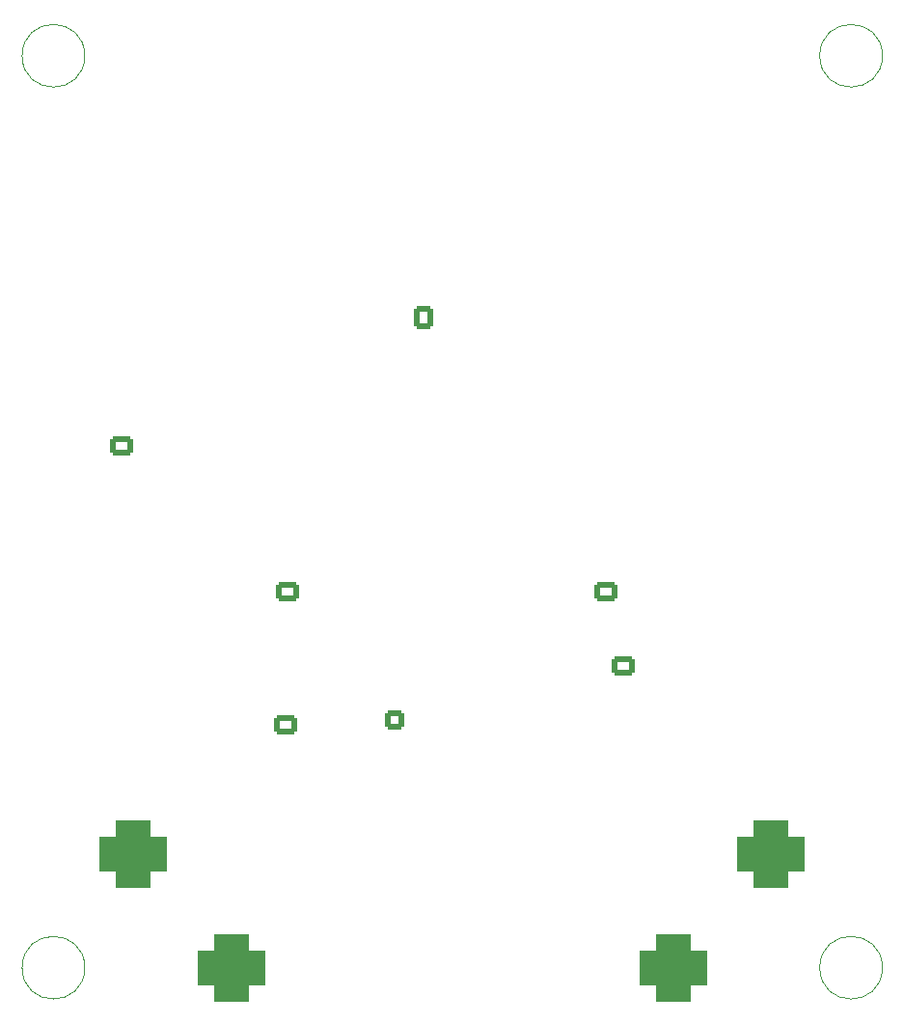
<source format=gbr>
%TF.GenerationSoftware,KiCad,Pcbnew,8.0.1*%
%TF.CreationDate,2024-06-22T20:00:52+02:00*%
%TF.ProjectId,Robuoy-Sub,526f6275-6f79-42d5-9375-622e6b696361,rev?*%
%TF.SameCoordinates,Original*%
%TF.FileFunction,Legend,Bot*%
%TF.FilePolarity,Positive*%
%FSLAX46Y46*%
G04 Gerber Fmt 4.6, Leading zero omitted, Abs format (unit mm)*
G04 Created by KiCad (PCBNEW 8.0.1) date 2024-06-22 20:00:52*
%MOMM*%
%LPD*%
G01*
G04 APERTURE LIST*
G04 Aperture macros list*
%AMRoundRect*
0 Rectangle with rounded corners*
0 $1 Rounding radius*
0 $2 $3 $4 $5 $6 $7 $8 $9 X,Y pos of 4 corners*
0 Add a 4 corners polygon primitive as box body*
4,1,4,$2,$3,$4,$5,$6,$7,$8,$9,$2,$3,0*
0 Add four circle primitives for the rounded corners*
1,1,$1+$1,$2,$3*
1,1,$1+$1,$4,$5*
1,1,$1+$1,$6,$7*
1,1,$1+$1,$8,$9*
0 Add four rect primitives between the rounded corners*
20,1,$1+$1,$2,$3,$4,$5,0*
20,1,$1+$1,$4,$5,$6,$7,0*
20,1,$1+$1,$6,$7,$8,$9,0*
20,1,$1+$1,$8,$9,$2,$3,0*%
G04 Aperture macros list end*
%ADD10C,0.100000*%
%ADD11RoundRect,1.500000X1.500000X1.500000X-1.500000X1.500000X-1.500000X-1.500000X1.500000X-1.500000X0*%
%ADD12C,6.000000*%
%ADD13RoundRect,0.250000X0.600000X-0.600000X0.600000X0.600000X-0.600000X0.600000X-0.600000X-0.600000X0*%
%ADD14C,1.700000*%
%ADD15RoundRect,0.250000X0.725000X-0.600000X0.725000X0.600000X-0.725000X0.600000X-0.725000X-0.600000X0*%
%ADD16O,1.950000X1.700000*%
%ADD17R,1.700000X1.700000*%
%ADD18O,1.700000X1.700000*%
%ADD19C,3.000000*%
%ADD20R,1.300000X1.300000*%
%ADD21C,1.300000*%
%ADD22C,1.524000*%
%ADD23C,3.200000*%
%ADD24RoundRect,1.500000X-1.500000X-1.500000X1.500000X-1.500000X1.500000X1.500000X-1.500000X1.500000X0*%
%ADD25RoundRect,0.250000X-0.725000X0.600000X-0.725000X-0.600000X0.725000X-0.600000X0.725000X0.600000X0*%
%ADD26C,3.500000*%
%ADD27R,1.650000X1.650000*%
%ADD28RoundRect,0.250000X-0.600000X-0.725000X0.600000X-0.725000X0.600000X0.725000X-0.600000X0.725000X0*%
%ADD29O,1.700000X1.950000*%
G04 APERTURE END LIST*
D10*
%TO.C,H301*%
X163560000Y-137890000D02*
G75*
G02*
X158060000Y-137890000I-2750000J0D01*
G01*
X158060000Y-137890000D02*
G75*
G02*
X163560000Y-137890000I2750000J0D01*
G01*
%TO.C,H304*%
X163560000Y-57890000D02*
G75*
G02*
X158060000Y-57890000I-2750000J0D01*
G01*
X158060000Y-57890000D02*
G75*
G02*
X163560000Y-57890000I2750000J0D01*
G01*
%TO.C,H303*%
X93560000Y-57890000D02*
G75*
G02*
X88060000Y-57890000I-2750000J0D01*
G01*
X88060000Y-57890000D02*
G75*
G02*
X93560000Y-57890000I2750000J0D01*
G01*
%TO.C,H302*%
X93560000Y-137890000D02*
G75*
G02*
X88060000Y-137890000I-2750000J0D01*
G01*
X88060000Y-137890000D02*
G75*
G02*
X93560000Y-137890000I2750000J0D01*
G01*
%TD*%
%LPC*%
D11*
%TO.C,J206*%
X106410000Y-137890000D03*
D12*
X99210000Y-137890000D03*
%TD*%
D13*
%TO.C,J101*%
X120730000Y-116142500D03*
D14*
X120730000Y-113602500D03*
X123270000Y-116142500D03*
X123270000Y-113602500D03*
X125810000Y-116142500D03*
X125810000Y-113602500D03*
X128350000Y-116142500D03*
X128350000Y-113602500D03*
X130890000Y-116142500D03*
X130890000Y-113602500D03*
%TD*%
D15*
%TO.C,J104*%
X111210000Y-116590000D03*
D16*
X111210000Y-114090000D03*
X111210000Y-111590000D03*
%TD*%
D17*
%TO.C,SW102*%
X97910000Y-114890000D03*
D18*
X100450000Y-114890000D03*
%TD*%
D19*
%TO.C,TP206*%
X125810000Y-67890000D03*
%TD*%
D20*
%TO.C,J204*%
X124382000Y-100414000D03*
D21*
X127238000Y-100414000D03*
X128482000Y-99017000D03*
X128614000Y-97152000D03*
X127580000Y-95593000D03*
X125810000Y-94990000D03*
X124040000Y-95593000D03*
X123006000Y-97152000D03*
X123138000Y-99017000D03*
X125810000Y-98990000D03*
X126763000Y-97340000D03*
X124857000Y-97340000D03*
%TD*%
D17*
%TO.C,J103*%
X107335000Y-74490000D03*
D18*
X107335000Y-77030000D03*
X107335000Y-79570000D03*
X107335000Y-82110000D03*
%TD*%
D15*
%TO.C,J202*%
X111310000Y-104890000D03*
D16*
X111310000Y-102390000D03*
X111310000Y-99890000D03*
X111310000Y-97390000D03*
X111310000Y-94890000D03*
X111310000Y-92390000D03*
X111310000Y-89890000D03*
%TD*%
D22*
%TO.C,TP301*%
X135970000Y-59790000D03*
X138510000Y-59790000D03*
X141050000Y-59790000D03*
X143590000Y-59790000D03*
X135970000Y-62330000D03*
X138510000Y-62330000D03*
X141050000Y-62330000D03*
X143590000Y-62330000D03*
X135970000Y-64870000D03*
X138510000Y-64870000D03*
X141050000Y-64870000D03*
X143590000Y-64870000D03*
X135970000Y-67410000D03*
X138510000Y-67410000D03*
X141050000Y-67410000D03*
X143590000Y-67410000D03*
%TD*%
D23*
%TO.C,H301*%
X160810000Y-137890000D03*
%TD*%
D24*
%TO.C,J205*%
X153810000Y-127890000D03*
D12*
X161010000Y-127890000D03*
%TD*%
D25*
%TO.C,J105*%
X140835000Y-111390000D03*
D16*
X140835000Y-113890000D03*
X140835000Y-116390000D03*
%TD*%
D23*
%TO.C,H304*%
X160810000Y-57890000D03*
%TD*%
D26*
%TO.C,SW201*%
X162132000Y-121132000D03*
X162132000Y-116432000D03*
X162132000Y-111732000D03*
%TD*%
D15*
%TO.C,J203*%
X139310000Y-104890000D03*
D16*
X139310000Y-102390000D03*
X139310000Y-99890000D03*
X139310000Y-97390000D03*
X139310000Y-94890000D03*
X139310000Y-92390000D03*
X139310000Y-89890000D03*
%TD*%
D23*
%TO.C,H303*%
X90810000Y-57890000D03*
%TD*%
D11*
%TO.C,J201*%
X97810000Y-127890000D03*
D12*
X90610000Y-127890000D03*
%TD*%
D25*
%TO.C,J106*%
X96810000Y-92128000D03*
D16*
X96810000Y-94628000D03*
X96810000Y-97128000D03*
X96810000Y-99628000D03*
%TD*%
D27*
%TO.C,BZ101*%
X157036000Y-83360000D03*
D14*
X157036000Y-76860000D03*
%TD*%
D22*
%TO.C,TP302*%
X146130000Y-59790000D03*
X148670000Y-59790000D03*
X151210000Y-59790000D03*
X153750000Y-59790000D03*
X146130000Y-62330000D03*
X148670000Y-62330000D03*
X151210000Y-62330000D03*
X153750000Y-62330000D03*
X146130000Y-64870000D03*
X148670000Y-64870000D03*
X151210000Y-64870000D03*
X153750000Y-64870000D03*
X146130000Y-67410000D03*
X148670000Y-67410000D03*
X151210000Y-67410000D03*
X153750000Y-67410000D03*
%TD*%
D24*
%TO.C,J207*%
X145210000Y-137890000D03*
D12*
X152410000Y-137890000D03*
%TD*%
D23*
%TO.C,H302*%
X90810000Y-137890000D03*
%TD*%
D28*
%TO.C,J102*%
X123310000Y-80872000D03*
D29*
X125810000Y-80872000D03*
X128310000Y-80872000D03*
%TD*%
D17*
%TO.C,SW101*%
X97910000Y-111334000D03*
D18*
X100450000Y-111334000D03*
%TD*%
%LPD*%
M02*

</source>
